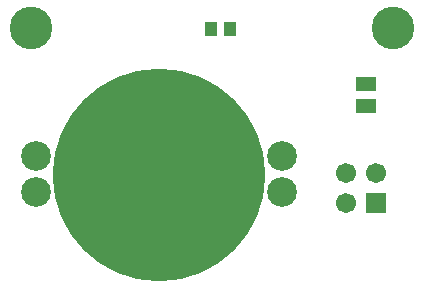
<source format=gts>
G04*
G04 #@! TF.GenerationSoftware,Altium Limited,Altium Designer,18.1.7 (191)*
G04*
G04 Layer_Color=8388736*
%FSLAX23Y23*%
%MOIN*%
G70*
G01*
G75*
%ADD18R,0.043X0.045*%
%ADD19R,0.065X0.047*%
%ADD20C,0.709*%
%ADD21C,0.142*%
%ADD22C,0.067*%
%ADD23R,0.067X0.067*%
%ADD24C,0.099*%
D18*
X3101Y4145D02*
D03*
X3039D02*
D03*
D19*
X3555Y3962D02*
D03*
Y3888D02*
D03*
D20*
X2865Y3660D02*
D03*
D21*
X3645Y4150D02*
D03*
X2440D02*
D03*
D22*
X3490Y3665D02*
D03*
X3590D02*
D03*
X3490Y3565D02*
D03*
D23*
X3590D02*
D03*
D24*
X3274Y3601D02*
D03*
Y3723D02*
D03*
X2456D02*
D03*
Y3601D02*
D03*
M02*

</source>
